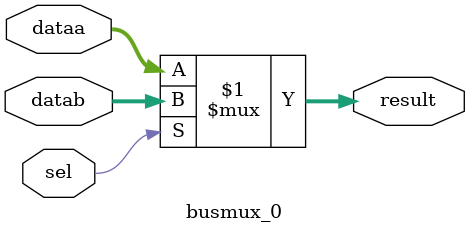
<source format=v>


module final_proj(
	CLK,
	RST_N,
	EX_N,
	DAT_IN,
	MODE,
	HEX3_A,
	HEX3_B,
	HEX3_C,
	HEX3_D,
	HEX3_E,
	HEX3_F,
	HEX3_G,
	HEX2_A,
	HEX2_B,
	HEX2_C,
	HEX2_D,
	HEX2_E,
	HEX2_F,
	HEX2_G,
	HEX1_A,
	HEX1_B,
	HEX1_C,
	HEX1_D,
	HEX1_E,
	HEX1_F,
	HEX1_G,
	HEX0_A,
	HEX0_B,
	HEX0_C,
	HEX0_D,
	HEX0_E,
	HEX0_F,
	HEX0_G,
	ERR_OVFL,
	ERR_UNFL
);


input wire	CLK;
input wire	RST_N;
input wire	EX_N;
input wire	[3:0] DAT_IN;
input wire	[1:0] MODE;
output wire	HEX3_A;
output wire	HEX3_B;
output wire	HEX3_C;
output wire	HEX3_D;
output wire	HEX3_E;
output wire	HEX3_F;
output wire	HEX3_G;
output wire	HEX2_A;
output wire	HEX2_B;
output wire	HEX2_C;
output wire	HEX2_D;
output wire	HEX2_E;
output wire	HEX2_F;
output wire	HEX2_G;
output wire	HEX1_A;
output wire	HEX1_B;
output wire	HEX1_C;
output wire	HEX1_D;
output wire	HEX1_E;
output wire	HEX1_F;
output wire	HEX1_G;
output wire	HEX0_A;
output wire	HEX0_B;
output wire	HEX0_C;
output wire	HEX0_D;
output wire	HEX0_E;
output wire	HEX0_F;
output wire	HEX0_G;
output wire	ERR_OVFL;
output wire	ERR_UNFL;

wire	alu_op;
wire	[3:0] alu_out;
wire	[1:0] rd_addr_a;
wire	[1:0] rd_addr_b;
wire	[3:0] rd_data_a;
wire	[3:0] rd_data_b;
wire	[3:0] reg0;
wire	reg0_vld;
wire	[3:0] reg1;
wire	reg1_vld;
wire	[3:0] reg2;
wire	reg2_vld;
wire	[3:0] reg3;
wire	reg3_vld;
wire	[1:0] wr_addr;
wire	[3:0] wr_data;
wire	wr_en;
wire	wr_sel;





seven_seg_decoder	b2v_inst(
	.VLD(reg3_vld),
	.Z(reg3[3]),
	.Y(reg3[2]),
	.X(reg3[1]),
	.W(reg3[0]),
	.A(HEX3_A),
	.B(HEX3_B),
	.C(HEX3_C),
	.D(HEX3_D),
	.E(HEX3_E),
	.F(HEX3_F),
	.G(HEX3_G));


alu	b2v_inst1(
	.op(alu_op),
	.A(rd_data_a),
	.B(rd_data_b),
  .C_out(),
	.S(alu_out));


seven_seg_decoder	b2v_inst2(
	.VLD(reg2_vld),
	.Z(reg2[3]),
	.Y(reg2[2]),
	.X(reg2[1]),
	.W(reg2[0]),
	.A(HEX2_A),
	.B(HEX2_B),
	.C(HEX2_C),
	.D(HEX2_D),
	.E(HEX2_E),
	.F(HEX2_F),
	.G(HEX2_G));


seven_seg_decoder	b2v_inst3(
	.VLD(reg1_vld),
	.Z(reg1[3]),
	.Y(reg1[2]),
	.X(reg1[1]),
	.W(reg1[0]),
	.A(HEX1_A),
	.B(HEX1_B),
	.C(HEX1_C),
	.D(HEX1_D),
	.E(HEX1_E),
	.F(HEX1_F),
	.G(HEX1_G));


seven_seg_decoder	b2v_inst4(
	.VLD(reg0_vld),
	.Z(reg0[3]),
	.Y(reg0[2]),
	.X(reg0[1]),
	.W(reg0[0]),
	.A(HEX0_A),
	.B(HEX0_B),
	.C(HEX0_C),
	.D(HEX0_D),
	.E(HEX0_E),
	.F(HEX0_F),
	.G(HEX0_G));


reg_file	b2v_inst5(
	.clk(CLK),
	.rst_n(RST_N),
	.wr_en(wr_en),
	.rd_addr_a(rd_addr_a),
	.rd_addr_b(rd_addr_b),
	.wr_addr(wr_addr),
	.wr_dat(wr_data),
	.HEX0(reg0),
	.HEX1(reg1),
	.HEX2(reg2),
	.HEX3(reg3),
	.rd_dat_a(rd_data_a),
	.rd_dat_b(rd_data_b));


control	b2v_inst6(
	.clk(CLK),
	.ex_n(EX_N),
	.rst_n(RST_N),
	.mode(MODE),
	.wr_en(wr_en),
	.wr_sel(wr_sel),
	.err_ovfl(ERR_OVFL),
	.err_unfl(ERR_UNFL),
	.hex3_vld(reg3_vld),
	.hex2_vld(reg2_vld),
	.hex1_vld(reg1_vld),
	.hex0_vld(reg0_vld),
	.alu_op(alu_op),
	.rd_addr_a(rd_addr_a),
	.rd_addr_b(rd_addr_b),
	.wr_addr(wr_addr));


busmux_0	b2v_inst7(
	.sel(wr_sel),
	.dataa(DAT_IN),
	.datab(alu_out),
	.result(wr_data));


endmodule

module busmux_0(sel,dataa,datab,result);
/* synthesis black_box */

input sel;
input [3:0] dataa;
input [3:0] datab;
output [3:0] result;

assign result = sel ? datab : dataa;

endmodule

</source>
